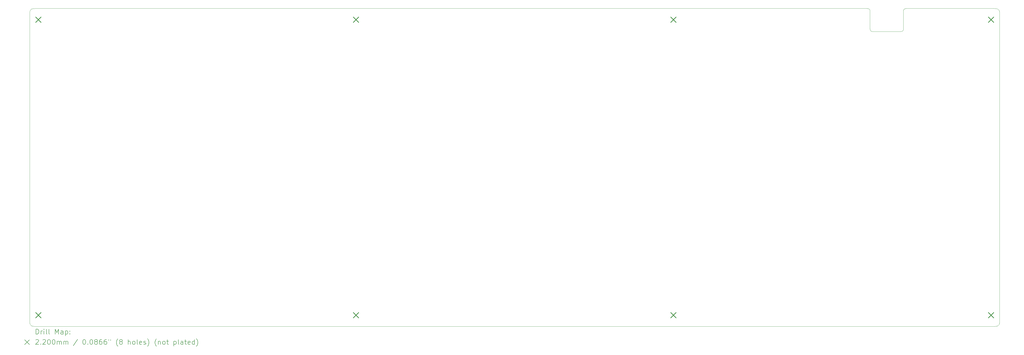
<source format=gbr>
%TF.GenerationSoftware,KiCad,Pcbnew,7.0.7*%
%TF.CreationDate,2023-09-25T11:38:37+09:00*%
%TF.ProjectId,Duet-Switch-Tester,44756574-2d53-4776-9974-63682d546573,rev?*%
%TF.SameCoordinates,Original*%
%TF.FileFunction,Drillmap*%
%TF.FilePolarity,Positive*%
%FSLAX45Y45*%
G04 Gerber Fmt 4.5, Leading zero omitted, Abs format (unit mm)*
G04 Created by KiCad (PCBNEW 7.0.7) date 2023-09-25 11:38:37*
%MOMM*%
%LPD*%
G01*
G04 APERTURE LIST*
%ADD10C,0.050000*%
%ADD11C,0.200000*%
%ADD12C,0.220000*%
G04 APERTURE END LIST*
D10*
X3170259Y-15695946D02*
X3168673Y-15689147D01*
X3167285Y-15682225D01*
X3166082Y-15675179D01*
X3165050Y-15668010D01*
X3164177Y-15660717D01*
X3163449Y-15653303D01*
X3162853Y-15645765D01*
X3162376Y-15638107D01*
X3162004Y-15630327D01*
X3161725Y-15622425D01*
X3161525Y-15614404D01*
X3161391Y-15606262D01*
X3161309Y-15598000D01*
X3161267Y-15589619D01*
X3161252Y-15581119D01*
X3161250Y-15572500D01*
X3283542Y-15802884D02*
X3277869Y-15801617D01*
X3272254Y-15800201D01*
X3266702Y-15798627D01*
X3261218Y-15796886D01*
X3255807Y-15794968D01*
X3250474Y-15792865D01*
X3245225Y-15790567D01*
X3240065Y-15788067D01*
X3234999Y-15785354D01*
X3230032Y-15782420D01*
X3226778Y-15780336D01*
X3226778Y-15780336D02*
X3221555Y-15776697D01*
X3216551Y-15772828D01*
X3211766Y-15768733D01*
X3207202Y-15764411D01*
X3202862Y-15759866D01*
X3198747Y-15755098D01*
X3194859Y-15750109D01*
X3191199Y-15744901D01*
X3226348Y-2952449D02*
X3230594Y-2949733D01*
X3234920Y-2947190D01*
X3239324Y-2944814D01*
X3245310Y-2941894D01*
X3251420Y-2939246D01*
X3256079Y-2937431D01*
X3260800Y-2935755D01*
X3265580Y-2934214D01*
X3270416Y-2932800D01*
X3275304Y-2931509D01*
X38525816Y-3802600D02*
X38528165Y-3797736D01*
X38530139Y-3792968D01*
X38532060Y-3787398D01*
X38533551Y-3782019D01*
X38534673Y-3776858D01*
X38535245Y-3773553D01*
X37150982Y-2945448D02*
X37155253Y-2949230D01*
X37159459Y-2953396D01*
X37163547Y-2957940D01*
X37166695Y-2961844D01*
X37169704Y-2965985D01*
X37172544Y-2970358D01*
X37175189Y-2974963D01*
X37175816Y-2976149D01*
X37269572Y-3854620D02*
X37275362Y-3855376D01*
X37281051Y-3855852D01*
X37286645Y-3856113D01*
X37292153Y-3856224D01*
X37297582Y-3856250D01*
X37299375Y-3856250D01*
X37074375Y-2922500D02*
X37079545Y-2922509D01*
X37084804Y-2922577D01*
X37090155Y-2922759D01*
X37095597Y-2923113D01*
X37101133Y-2923698D01*
X37106763Y-2924569D01*
X37112490Y-2925786D01*
X37118315Y-2927405D01*
X3168366Y-3044792D02*
X3169633Y-3039119D01*
X3171049Y-3033504D01*
X3172623Y-3027952D01*
X3174364Y-3022468D01*
X3176282Y-3017057D01*
X3178385Y-3011724D01*
X3180683Y-3006475D01*
X3183183Y-3001315D01*
X3185896Y-2996249D01*
X3188830Y-2991282D01*
X3190913Y-2988028D01*
X38535245Y-3773553D02*
X38536001Y-3767763D01*
X38536477Y-3762074D01*
X38536739Y-3756480D01*
X38536850Y-3750972D01*
X38536875Y-3745543D01*
X38536875Y-3743750D01*
X38590525Y-2933559D02*
X38595389Y-2931210D01*
X38600157Y-2929236D01*
X38605727Y-2927315D01*
X38611106Y-2925824D01*
X38616267Y-2924702D01*
X38619572Y-2924130D01*
X38559823Y-2958393D02*
X38563605Y-2954122D01*
X38567771Y-2949916D01*
X38572315Y-2945828D01*
X38576219Y-2942680D01*
X38580360Y-2939671D01*
X38584733Y-2936831D01*
X38589338Y-2934186D01*
X38590525Y-2933559D01*
X42319696Y-15800991D02*
X42312898Y-15802577D01*
X42305975Y-15803965D01*
X42298929Y-15805168D01*
X42291760Y-15806199D01*
X42284467Y-15807073D01*
X42277053Y-15807801D01*
X42269516Y-15808397D01*
X42261857Y-15808874D01*
X42254077Y-15809246D01*
X42246175Y-15809525D01*
X42238154Y-15809725D01*
X42230012Y-15809859D01*
X42221750Y-15809941D01*
X42213369Y-15809982D01*
X42204869Y-15809998D01*
X42196250Y-15810000D01*
X42196250Y-2922500D02*
X38649375Y-2922500D01*
X38424375Y-3856250D02*
X37299375Y-3856250D01*
X3161250Y-3160000D02*
X3161252Y-3152018D01*
X3161264Y-3144139D01*
X3161297Y-3136365D01*
X3161361Y-3128695D01*
X3161467Y-3121129D01*
X3161625Y-3113668D01*
X3161846Y-3106310D01*
X3162139Y-3099057D01*
X3162516Y-3091908D01*
X3162987Y-3084864D01*
X3163562Y-3077924D01*
X3164252Y-3071089D01*
X3165067Y-3064358D01*
X3166017Y-3057731D01*
X3167113Y-3051209D01*
X3168366Y-3044792D01*
X42404087Y-15744472D02*
X42400447Y-15749695D01*
X42396578Y-15754699D01*
X42392483Y-15759484D01*
X42388161Y-15764047D01*
X42383616Y-15768388D01*
X42378848Y-15772503D01*
X42373859Y-15776391D01*
X42368652Y-15780051D01*
X37175816Y-2976149D02*
X37178165Y-2981014D01*
X37180139Y-2985781D01*
X37182060Y-2991352D01*
X37183551Y-2996731D01*
X37184673Y-3001892D01*
X37185245Y-3005197D01*
X37209823Y-3820357D02*
X37213605Y-3824628D01*
X37217771Y-3828834D01*
X37222315Y-3832922D01*
X37226219Y-3836070D01*
X37230360Y-3839079D01*
X37234733Y-3841919D01*
X37239338Y-3844564D01*
X37240525Y-3845191D01*
X38424375Y-3856250D02*
X38429545Y-3856240D01*
X38434804Y-3856173D01*
X38440155Y-3855991D01*
X38445597Y-3855637D01*
X38451133Y-3855052D01*
X38456763Y-3854180D01*
X38462490Y-3852964D01*
X38468315Y-3851345D01*
X38541780Y-2991060D02*
X38543697Y-2985547D01*
X38545946Y-2980194D01*
X38548527Y-2974996D01*
X38551443Y-2969946D01*
X38554697Y-2965038D01*
X38558290Y-2960265D01*
X38559823Y-2958393D01*
X3275304Y-2931509D02*
X3282102Y-2929923D01*
X3289025Y-2928535D01*
X3296071Y-2927332D01*
X3303240Y-2926300D01*
X3310532Y-2925427D01*
X3317947Y-2924699D01*
X3325484Y-2924103D01*
X3333143Y-2923626D01*
X3340923Y-2923254D01*
X3348824Y-2922975D01*
X3356846Y-2922775D01*
X3364988Y-2922641D01*
X3373250Y-2922559D01*
X3381631Y-2922517D01*
X3390131Y-2922502D01*
X3398750Y-2922500D01*
X37074375Y-2922500D02*
X3398750Y-2922500D01*
X37118315Y-2927405D02*
X37123828Y-2929322D01*
X37129181Y-2931571D01*
X37134379Y-2934152D01*
X37139429Y-2937068D01*
X37144337Y-2940322D01*
X37149110Y-2943915D01*
X37150982Y-2945448D01*
X37186875Y-3743750D02*
X37186885Y-3748920D01*
X37186952Y-3754179D01*
X37187134Y-3759529D01*
X37187488Y-3764972D01*
X37188073Y-3770507D01*
X37188944Y-3776138D01*
X37190161Y-3781865D01*
X37191780Y-3787690D01*
X42433750Y-15572500D02*
X42433748Y-15580482D01*
X42433736Y-15588360D01*
X42433703Y-15596134D01*
X42433639Y-15603805D01*
X42433533Y-15611370D01*
X42433375Y-15618832D01*
X42433154Y-15626189D01*
X42432860Y-15633443D01*
X42432483Y-15640591D01*
X42432013Y-15647636D01*
X42431438Y-15654576D01*
X42430748Y-15661411D01*
X42429933Y-15668142D01*
X42428983Y-15674769D01*
X42427887Y-15681290D01*
X42426634Y-15687708D01*
X37191780Y-3787690D02*
X37193697Y-3793203D01*
X37195946Y-3798556D01*
X37198527Y-3803754D01*
X37201443Y-3808804D01*
X37204697Y-3813712D01*
X37208290Y-3818485D01*
X37209823Y-3820357D01*
X42403801Y-2987598D02*
X42406516Y-2991844D01*
X42409060Y-2996170D01*
X42411436Y-3000574D01*
X42414356Y-3006560D01*
X42417003Y-3012670D01*
X42418819Y-3017329D01*
X42420495Y-3022050D01*
X42422036Y-3026830D01*
X42423450Y-3031666D01*
X42424741Y-3036554D01*
X38619572Y-2924130D02*
X38625362Y-2923374D01*
X38631051Y-2922898D01*
X38636645Y-2922636D01*
X38642153Y-2922525D01*
X38647582Y-2922500D01*
X38649375Y-2922500D01*
X42433750Y-15572500D02*
X42433750Y-3160000D01*
X3161250Y-3160000D02*
X3161250Y-15572500D01*
X42368222Y-2952163D02*
X42373445Y-2955803D01*
X42378449Y-2959671D01*
X42383234Y-2963767D01*
X42387798Y-2968089D01*
X42392138Y-2972634D01*
X42396253Y-2977402D01*
X42400141Y-2982391D01*
X42403801Y-2987598D01*
X42426634Y-15687708D02*
X42425367Y-15693381D01*
X42423951Y-15698996D01*
X42422377Y-15704548D01*
X42420636Y-15710032D01*
X42418718Y-15715443D01*
X42416615Y-15720776D01*
X42414317Y-15726025D01*
X42411817Y-15731185D01*
X42409104Y-15736251D01*
X42406170Y-15741218D01*
X42404087Y-15744472D01*
X3398750Y-15810000D02*
X42196250Y-15810000D01*
X42424741Y-3036554D02*
X42426327Y-3043352D01*
X42427715Y-3050275D01*
X42428918Y-3057321D01*
X42429949Y-3064490D01*
X42430823Y-3071782D01*
X42431551Y-3079197D01*
X42432147Y-3086734D01*
X42432624Y-3094393D01*
X42432996Y-3102173D01*
X42433275Y-3110074D01*
X42433475Y-3118096D01*
X42433609Y-3126238D01*
X42433691Y-3134500D01*
X42433732Y-3142881D01*
X42433748Y-3151381D01*
X42433750Y-3160000D01*
X37185245Y-3005197D02*
X37186001Y-3010987D01*
X37186477Y-3016676D01*
X37186739Y-3022270D01*
X37186850Y-3027778D01*
X37186875Y-3033207D01*
X37186875Y-3035000D01*
X37240525Y-3845191D02*
X37245389Y-3847540D01*
X37250157Y-3849514D01*
X37255727Y-3851435D01*
X37261106Y-3852926D01*
X37266267Y-3854048D01*
X37269572Y-3854620D01*
X38468315Y-3851345D02*
X38473828Y-3849427D01*
X38479181Y-3847179D01*
X38484379Y-3844598D01*
X38489429Y-3841682D01*
X38494337Y-3838428D01*
X38499110Y-3834834D01*
X38500982Y-3833302D01*
X38500982Y-3833302D02*
X38505253Y-3829519D01*
X38509459Y-3825354D01*
X38513547Y-3820810D01*
X38516695Y-3816906D01*
X38519704Y-3812765D01*
X38522544Y-3808392D01*
X38525189Y-3803787D01*
X38525816Y-3802600D01*
X42368652Y-15780051D02*
X42364406Y-15782766D01*
X42360080Y-15785309D01*
X42355676Y-15787686D01*
X42349690Y-15790606D01*
X42343580Y-15793253D01*
X42338921Y-15795069D01*
X42334200Y-15796744D01*
X42329420Y-15798286D01*
X42324584Y-15799700D01*
X42319696Y-15800991D01*
X3398750Y-15810000D02*
X3390768Y-15809998D01*
X3382889Y-15809986D01*
X3375115Y-15809953D01*
X3367445Y-15809889D01*
X3359879Y-15809783D01*
X3352418Y-15809625D01*
X3345060Y-15809404D01*
X3337807Y-15809110D01*
X3330658Y-15808733D01*
X3323614Y-15808263D01*
X3316674Y-15807688D01*
X3309839Y-15806998D01*
X3303108Y-15806183D01*
X3296481Y-15805233D01*
X3289959Y-15804136D01*
X3283542Y-15802884D01*
X3191199Y-15744901D02*
X3188483Y-15740656D01*
X3185940Y-15736330D01*
X3183564Y-15731926D01*
X3180644Y-15725940D01*
X3177996Y-15719830D01*
X3176181Y-15715171D01*
X3174505Y-15710450D01*
X3172964Y-15705670D01*
X3171550Y-15700834D01*
X3170259Y-15695946D01*
X37186875Y-3743750D02*
X37186875Y-3035000D01*
X38536875Y-3035000D02*
X38536885Y-3029830D01*
X38536952Y-3024570D01*
X38537134Y-3019220D01*
X38537488Y-3013778D01*
X38538073Y-3008242D01*
X38538944Y-3002612D01*
X38540161Y-2996885D01*
X38541780Y-2991060D01*
X3190913Y-2988028D02*
X3194553Y-2982805D01*
X3198421Y-2977801D01*
X3202517Y-2973016D01*
X3206839Y-2968452D01*
X3211384Y-2964112D01*
X3216152Y-2959997D01*
X3221141Y-2956109D01*
X3226348Y-2952449D01*
X38536875Y-3035000D02*
X38536875Y-3743750D01*
X42196250Y-2922500D02*
X42204232Y-2922502D01*
X42212110Y-2922514D01*
X42219885Y-2922547D01*
X42227555Y-2922611D01*
X42235120Y-2922717D01*
X42242582Y-2922875D01*
X42249940Y-2923096D01*
X42257193Y-2923389D01*
X42264341Y-2923766D01*
X42271386Y-2924237D01*
X42278326Y-2924812D01*
X42285161Y-2925502D01*
X42291892Y-2926317D01*
X42298519Y-2927267D01*
X42305041Y-2928363D01*
X42311458Y-2929616D01*
X42311458Y-2929616D02*
X42317131Y-2930883D01*
X42322746Y-2932299D01*
X42328298Y-2933873D01*
X42333782Y-2935614D01*
X42339193Y-2937532D01*
X42344526Y-2939635D01*
X42349775Y-2941933D01*
X42354935Y-2944433D01*
X42360001Y-2947146D01*
X42364968Y-2950080D01*
X42368222Y-2952163D01*
D11*
D12*
X3399375Y-3263125D02*
X3619375Y-3483125D01*
X3619375Y-3263125D02*
X3399375Y-3483125D01*
X3399375Y-15249375D02*
X3619375Y-15469375D01*
X3619375Y-15249375D02*
X3399375Y-15469375D01*
X16258125Y-3263125D02*
X16478125Y-3483125D01*
X16478125Y-3263125D02*
X16258125Y-3483125D01*
X16258125Y-15249375D02*
X16478125Y-15469375D01*
X16478125Y-15249375D02*
X16258125Y-15469375D01*
X29116875Y-3263125D02*
X29336875Y-3483125D01*
X29336875Y-3263125D02*
X29116875Y-3483125D01*
X29116875Y-15249375D02*
X29336875Y-15469375D01*
X29336875Y-15249375D02*
X29116875Y-15469375D01*
X41975625Y-3263125D02*
X42195625Y-3483125D01*
X42195625Y-3263125D02*
X41975625Y-3483125D01*
X41975625Y-15249375D02*
X42195625Y-15469375D01*
X42195625Y-15249375D02*
X41975625Y-15469375D01*
D11*
X3419527Y-16123984D02*
X3419527Y-15923984D01*
X3419527Y-15923984D02*
X3467146Y-15923984D01*
X3467146Y-15923984D02*
X3495717Y-15933508D01*
X3495717Y-15933508D02*
X3514765Y-15952555D01*
X3514765Y-15952555D02*
X3524289Y-15971603D01*
X3524289Y-15971603D02*
X3533812Y-16009698D01*
X3533812Y-16009698D02*
X3533812Y-16038269D01*
X3533812Y-16038269D02*
X3524289Y-16076365D01*
X3524289Y-16076365D02*
X3514765Y-16095412D01*
X3514765Y-16095412D02*
X3495717Y-16114460D01*
X3495717Y-16114460D02*
X3467146Y-16123984D01*
X3467146Y-16123984D02*
X3419527Y-16123984D01*
X3619527Y-16123984D02*
X3619527Y-15990650D01*
X3619527Y-16028746D02*
X3629051Y-16009698D01*
X3629051Y-16009698D02*
X3638574Y-16000174D01*
X3638574Y-16000174D02*
X3657622Y-15990650D01*
X3657622Y-15990650D02*
X3676670Y-15990650D01*
X3743336Y-16123984D02*
X3743336Y-15990650D01*
X3743336Y-15923984D02*
X3733812Y-15933508D01*
X3733812Y-15933508D02*
X3743336Y-15943031D01*
X3743336Y-15943031D02*
X3752860Y-15933508D01*
X3752860Y-15933508D02*
X3743336Y-15923984D01*
X3743336Y-15923984D02*
X3743336Y-15943031D01*
X3867146Y-16123984D02*
X3848098Y-16114460D01*
X3848098Y-16114460D02*
X3838574Y-16095412D01*
X3838574Y-16095412D02*
X3838574Y-15923984D01*
X3971908Y-16123984D02*
X3952860Y-16114460D01*
X3952860Y-16114460D02*
X3943336Y-16095412D01*
X3943336Y-16095412D02*
X3943336Y-15923984D01*
X4200479Y-16123984D02*
X4200479Y-15923984D01*
X4200479Y-15923984D02*
X4267146Y-16066841D01*
X4267146Y-16066841D02*
X4333813Y-15923984D01*
X4333813Y-15923984D02*
X4333813Y-16123984D01*
X4514765Y-16123984D02*
X4514765Y-16019222D01*
X4514765Y-16019222D02*
X4505241Y-16000174D01*
X4505241Y-16000174D02*
X4486194Y-15990650D01*
X4486194Y-15990650D02*
X4448098Y-15990650D01*
X4448098Y-15990650D02*
X4429051Y-16000174D01*
X4514765Y-16114460D02*
X4495717Y-16123984D01*
X4495717Y-16123984D02*
X4448098Y-16123984D01*
X4448098Y-16123984D02*
X4429051Y-16114460D01*
X4429051Y-16114460D02*
X4419527Y-16095412D01*
X4419527Y-16095412D02*
X4419527Y-16076365D01*
X4419527Y-16076365D02*
X4429051Y-16057317D01*
X4429051Y-16057317D02*
X4448098Y-16047793D01*
X4448098Y-16047793D02*
X4495717Y-16047793D01*
X4495717Y-16047793D02*
X4514765Y-16038269D01*
X4610003Y-15990650D02*
X4610003Y-16190650D01*
X4610003Y-16000174D02*
X4629051Y-15990650D01*
X4629051Y-15990650D02*
X4667146Y-15990650D01*
X4667146Y-15990650D02*
X4686194Y-16000174D01*
X4686194Y-16000174D02*
X4695717Y-16009698D01*
X4695717Y-16009698D02*
X4705241Y-16028746D01*
X4705241Y-16028746D02*
X4705241Y-16085888D01*
X4705241Y-16085888D02*
X4695717Y-16104936D01*
X4695717Y-16104936D02*
X4686194Y-16114460D01*
X4686194Y-16114460D02*
X4667146Y-16123984D01*
X4667146Y-16123984D02*
X4629051Y-16123984D01*
X4629051Y-16123984D02*
X4610003Y-16114460D01*
X4790955Y-16104936D02*
X4800479Y-16114460D01*
X4800479Y-16114460D02*
X4790955Y-16123984D01*
X4790955Y-16123984D02*
X4781432Y-16114460D01*
X4781432Y-16114460D02*
X4790955Y-16104936D01*
X4790955Y-16104936D02*
X4790955Y-16123984D01*
X4790955Y-16000174D02*
X4800479Y-16009698D01*
X4800479Y-16009698D02*
X4790955Y-16019222D01*
X4790955Y-16019222D02*
X4781432Y-16009698D01*
X4781432Y-16009698D02*
X4790955Y-16000174D01*
X4790955Y-16000174D02*
X4790955Y-16019222D01*
X2958750Y-16352500D02*
X3158750Y-16552500D01*
X3158750Y-16352500D02*
X2958750Y-16552500D01*
X3410003Y-16363031D02*
X3419527Y-16353508D01*
X3419527Y-16353508D02*
X3438574Y-16343984D01*
X3438574Y-16343984D02*
X3486193Y-16343984D01*
X3486193Y-16343984D02*
X3505241Y-16353508D01*
X3505241Y-16353508D02*
X3514765Y-16363031D01*
X3514765Y-16363031D02*
X3524289Y-16382079D01*
X3524289Y-16382079D02*
X3524289Y-16401127D01*
X3524289Y-16401127D02*
X3514765Y-16429698D01*
X3514765Y-16429698D02*
X3400479Y-16543984D01*
X3400479Y-16543984D02*
X3524289Y-16543984D01*
X3610003Y-16524936D02*
X3619527Y-16534460D01*
X3619527Y-16534460D02*
X3610003Y-16543984D01*
X3610003Y-16543984D02*
X3600479Y-16534460D01*
X3600479Y-16534460D02*
X3610003Y-16524936D01*
X3610003Y-16524936D02*
X3610003Y-16543984D01*
X3695717Y-16363031D02*
X3705241Y-16353508D01*
X3705241Y-16353508D02*
X3724289Y-16343984D01*
X3724289Y-16343984D02*
X3771908Y-16343984D01*
X3771908Y-16343984D02*
X3790955Y-16353508D01*
X3790955Y-16353508D02*
X3800479Y-16363031D01*
X3800479Y-16363031D02*
X3810003Y-16382079D01*
X3810003Y-16382079D02*
X3810003Y-16401127D01*
X3810003Y-16401127D02*
X3800479Y-16429698D01*
X3800479Y-16429698D02*
X3686193Y-16543984D01*
X3686193Y-16543984D02*
X3810003Y-16543984D01*
X3933812Y-16343984D02*
X3952860Y-16343984D01*
X3952860Y-16343984D02*
X3971908Y-16353508D01*
X3971908Y-16353508D02*
X3981432Y-16363031D01*
X3981432Y-16363031D02*
X3990955Y-16382079D01*
X3990955Y-16382079D02*
X4000479Y-16420174D01*
X4000479Y-16420174D02*
X4000479Y-16467793D01*
X4000479Y-16467793D02*
X3990955Y-16505888D01*
X3990955Y-16505888D02*
X3981432Y-16524936D01*
X3981432Y-16524936D02*
X3971908Y-16534460D01*
X3971908Y-16534460D02*
X3952860Y-16543984D01*
X3952860Y-16543984D02*
X3933812Y-16543984D01*
X3933812Y-16543984D02*
X3914765Y-16534460D01*
X3914765Y-16534460D02*
X3905241Y-16524936D01*
X3905241Y-16524936D02*
X3895717Y-16505888D01*
X3895717Y-16505888D02*
X3886193Y-16467793D01*
X3886193Y-16467793D02*
X3886193Y-16420174D01*
X3886193Y-16420174D02*
X3895717Y-16382079D01*
X3895717Y-16382079D02*
X3905241Y-16363031D01*
X3905241Y-16363031D02*
X3914765Y-16353508D01*
X3914765Y-16353508D02*
X3933812Y-16343984D01*
X4124289Y-16343984D02*
X4143336Y-16343984D01*
X4143336Y-16343984D02*
X4162384Y-16353508D01*
X4162384Y-16353508D02*
X4171908Y-16363031D01*
X4171908Y-16363031D02*
X4181432Y-16382079D01*
X4181432Y-16382079D02*
X4190955Y-16420174D01*
X4190955Y-16420174D02*
X4190955Y-16467793D01*
X4190955Y-16467793D02*
X4181432Y-16505888D01*
X4181432Y-16505888D02*
X4171908Y-16524936D01*
X4171908Y-16524936D02*
X4162384Y-16534460D01*
X4162384Y-16534460D02*
X4143336Y-16543984D01*
X4143336Y-16543984D02*
X4124289Y-16543984D01*
X4124289Y-16543984D02*
X4105241Y-16534460D01*
X4105241Y-16534460D02*
X4095717Y-16524936D01*
X4095717Y-16524936D02*
X4086193Y-16505888D01*
X4086193Y-16505888D02*
X4076670Y-16467793D01*
X4076670Y-16467793D02*
X4076670Y-16420174D01*
X4076670Y-16420174D02*
X4086193Y-16382079D01*
X4086193Y-16382079D02*
X4095717Y-16363031D01*
X4095717Y-16363031D02*
X4105241Y-16353508D01*
X4105241Y-16353508D02*
X4124289Y-16343984D01*
X4276670Y-16543984D02*
X4276670Y-16410650D01*
X4276670Y-16429698D02*
X4286194Y-16420174D01*
X4286194Y-16420174D02*
X4305241Y-16410650D01*
X4305241Y-16410650D02*
X4333813Y-16410650D01*
X4333813Y-16410650D02*
X4352860Y-16420174D01*
X4352860Y-16420174D02*
X4362384Y-16439222D01*
X4362384Y-16439222D02*
X4362384Y-16543984D01*
X4362384Y-16439222D02*
X4371908Y-16420174D01*
X4371908Y-16420174D02*
X4390955Y-16410650D01*
X4390955Y-16410650D02*
X4419527Y-16410650D01*
X4419527Y-16410650D02*
X4438575Y-16420174D01*
X4438575Y-16420174D02*
X4448098Y-16439222D01*
X4448098Y-16439222D02*
X4448098Y-16543984D01*
X4543336Y-16543984D02*
X4543336Y-16410650D01*
X4543336Y-16429698D02*
X4552860Y-16420174D01*
X4552860Y-16420174D02*
X4571908Y-16410650D01*
X4571908Y-16410650D02*
X4600479Y-16410650D01*
X4600479Y-16410650D02*
X4619527Y-16420174D01*
X4619527Y-16420174D02*
X4629051Y-16439222D01*
X4629051Y-16439222D02*
X4629051Y-16543984D01*
X4629051Y-16439222D02*
X4638575Y-16420174D01*
X4638575Y-16420174D02*
X4657622Y-16410650D01*
X4657622Y-16410650D02*
X4686194Y-16410650D01*
X4686194Y-16410650D02*
X4705241Y-16420174D01*
X4705241Y-16420174D02*
X4714765Y-16439222D01*
X4714765Y-16439222D02*
X4714765Y-16543984D01*
X5105241Y-16334460D02*
X4933813Y-16591603D01*
X5362384Y-16343984D02*
X5381432Y-16343984D01*
X5381432Y-16343984D02*
X5400479Y-16353508D01*
X5400479Y-16353508D02*
X5410003Y-16363031D01*
X5410003Y-16363031D02*
X5419527Y-16382079D01*
X5419527Y-16382079D02*
X5429051Y-16420174D01*
X5429051Y-16420174D02*
X5429051Y-16467793D01*
X5429051Y-16467793D02*
X5419527Y-16505888D01*
X5419527Y-16505888D02*
X5410003Y-16524936D01*
X5410003Y-16524936D02*
X5400479Y-16534460D01*
X5400479Y-16534460D02*
X5381432Y-16543984D01*
X5381432Y-16543984D02*
X5362384Y-16543984D01*
X5362384Y-16543984D02*
X5343337Y-16534460D01*
X5343337Y-16534460D02*
X5333813Y-16524936D01*
X5333813Y-16524936D02*
X5324289Y-16505888D01*
X5324289Y-16505888D02*
X5314765Y-16467793D01*
X5314765Y-16467793D02*
X5314765Y-16420174D01*
X5314765Y-16420174D02*
X5324289Y-16382079D01*
X5324289Y-16382079D02*
X5333813Y-16363031D01*
X5333813Y-16363031D02*
X5343337Y-16353508D01*
X5343337Y-16353508D02*
X5362384Y-16343984D01*
X5514765Y-16524936D02*
X5524289Y-16534460D01*
X5524289Y-16534460D02*
X5514765Y-16543984D01*
X5514765Y-16543984D02*
X5505241Y-16534460D01*
X5505241Y-16534460D02*
X5514765Y-16524936D01*
X5514765Y-16524936D02*
X5514765Y-16543984D01*
X5648098Y-16343984D02*
X5667146Y-16343984D01*
X5667146Y-16343984D02*
X5686194Y-16353508D01*
X5686194Y-16353508D02*
X5695717Y-16363031D01*
X5695717Y-16363031D02*
X5705241Y-16382079D01*
X5705241Y-16382079D02*
X5714765Y-16420174D01*
X5714765Y-16420174D02*
X5714765Y-16467793D01*
X5714765Y-16467793D02*
X5705241Y-16505888D01*
X5705241Y-16505888D02*
X5695717Y-16524936D01*
X5695717Y-16524936D02*
X5686194Y-16534460D01*
X5686194Y-16534460D02*
X5667146Y-16543984D01*
X5667146Y-16543984D02*
X5648098Y-16543984D01*
X5648098Y-16543984D02*
X5629051Y-16534460D01*
X5629051Y-16534460D02*
X5619527Y-16524936D01*
X5619527Y-16524936D02*
X5610003Y-16505888D01*
X5610003Y-16505888D02*
X5600479Y-16467793D01*
X5600479Y-16467793D02*
X5600479Y-16420174D01*
X5600479Y-16420174D02*
X5610003Y-16382079D01*
X5610003Y-16382079D02*
X5619527Y-16363031D01*
X5619527Y-16363031D02*
X5629051Y-16353508D01*
X5629051Y-16353508D02*
X5648098Y-16343984D01*
X5829051Y-16429698D02*
X5810003Y-16420174D01*
X5810003Y-16420174D02*
X5800479Y-16410650D01*
X5800479Y-16410650D02*
X5790956Y-16391603D01*
X5790956Y-16391603D02*
X5790956Y-16382079D01*
X5790956Y-16382079D02*
X5800479Y-16363031D01*
X5800479Y-16363031D02*
X5810003Y-16353508D01*
X5810003Y-16353508D02*
X5829051Y-16343984D01*
X5829051Y-16343984D02*
X5867146Y-16343984D01*
X5867146Y-16343984D02*
X5886194Y-16353508D01*
X5886194Y-16353508D02*
X5895717Y-16363031D01*
X5895717Y-16363031D02*
X5905241Y-16382079D01*
X5905241Y-16382079D02*
X5905241Y-16391603D01*
X5905241Y-16391603D02*
X5895717Y-16410650D01*
X5895717Y-16410650D02*
X5886194Y-16420174D01*
X5886194Y-16420174D02*
X5867146Y-16429698D01*
X5867146Y-16429698D02*
X5829051Y-16429698D01*
X5829051Y-16429698D02*
X5810003Y-16439222D01*
X5810003Y-16439222D02*
X5800479Y-16448746D01*
X5800479Y-16448746D02*
X5790956Y-16467793D01*
X5790956Y-16467793D02*
X5790956Y-16505888D01*
X5790956Y-16505888D02*
X5800479Y-16524936D01*
X5800479Y-16524936D02*
X5810003Y-16534460D01*
X5810003Y-16534460D02*
X5829051Y-16543984D01*
X5829051Y-16543984D02*
X5867146Y-16543984D01*
X5867146Y-16543984D02*
X5886194Y-16534460D01*
X5886194Y-16534460D02*
X5895717Y-16524936D01*
X5895717Y-16524936D02*
X5905241Y-16505888D01*
X5905241Y-16505888D02*
X5905241Y-16467793D01*
X5905241Y-16467793D02*
X5895717Y-16448746D01*
X5895717Y-16448746D02*
X5886194Y-16439222D01*
X5886194Y-16439222D02*
X5867146Y-16429698D01*
X6076670Y-16343984D02*
X6038575Y-16343984D01*
X6038575Y-16343984D02*
X6019527Y-16353508D01*
X6019527Y-16353508D02*
X6010003Y-16363031D01*
X6010003Y-16363031D02*
X5990956Y-16391603D01*
X5990956Y-16391603D02*
X5981432Y-16429698D01*
X5981432Y-16429698D02*
X5981432Y-16505888D01*
X5981432Y-16505888D02*
X5990956Y-16524936D01*
X5990956Y-16524936D02*
X6000479Y-16534460D01*
X6000479Y-16534460D02*
X6019527Y-16543984D01*
X6019527Y-16543984D02*
X6057622Y-16543984D01*
X6057622Y-16543984D02*
X6076670Y-16534460D01*
X6076670Y-16534460D02*
X6086194Y-16524936D01*
X6086194Y-16524936D02*
X6095717Y-16505888D01*
X6095717Y-16505888D02*
X6095717Y-16458269D01*
X6095717Y-16458269D02*
X6086194Y-16439222D01*
X6086194Y-16439222D02*
X6076670Y-16429698D01*
X6076670Y-16429698D02*
X6057622Y-16420174D01*
X6057622Y-16420174D02*
X6019527Y-16420174D01*
X6019527Y-16420174D02*
X6000479Y-16429698D01*
X6000479Y-16429698D02*
X5990956Y-16439222D01*
X5990956Y-16439222D02*
X5981432Y-16458269D01*
X6267146Y-16343984D02*
X6229051Y-16343984D01*
X6229051Y-16343984D02*
X6210003Y-16353508D01*
X6210003Y-16353508D02*
X6200479Y-16363031D01*
X6200479Y-16363031D02*
X6181432Y-16391603D01*
X6181432Y-16391603D02*
X6171908Y-16429698D01*
X6171908Y-16429698D02*
X6171908Y-16505888D01*
X6171908Y-16505888D02*
X6181432Y-16524936D01*
X6181432Y-16524936D02*
X6190956Y-16534460D01*
X6190956Y-16534460D02*
X6210003Y-16543984D01*
X6210003Y-16543984D02*
X6248098Y-16543984D01*
X6248098Y-16543984D02*
X6267146Y-16534460D01*
X6267146Y-16534460D02*
X6276670Y-16524936D01*
X6276670Y-16524936D02*
X6286194Y-16505888D01*
X6286194Y-16505888D02*
X6286194Y-16458269D01*
X6286194Y-16458269D02*
X6276670Y-16439222D01*
X6276670Y-16439222D02*
X6267146Y-16429698D01*
X6267146Y-16429698D02*
X6248098Y-16420174D01*
X6248098Y-16420174D02*
X6210003Y-16420174D01*
X6210003Y-16420174D02*
X6190956Y-16429698D01*
X6190956Y-16429698D02*
X6181432Y-16439222D01*
X6181432Y-16439222D02*
X6171908Y-16458269D01*
X6362384Y-16343984D02*
X6362384Y-16382079D01*
X6438575Y-16343984D02*
X6438575Y-16382079D01*
X6733813Y-16620174D02*
X6724289Y-16610650D01*
X6724289Y-16610650D02*
X6705241Y-16582079D01*
X6705241Y-16582079D02*
X6695718Y-16563031D01*
X6695718Y-16563031D02*
X6686194Y-16534460D01*
X6686194Y-16534460D02*
X6676670Y-16486841D01*
X6676670Y-16486841D02*
X6676670Y-16448746D01*
X6676670Y-16448746D02*
X6686194Y-16401127D01*
X6686194Y-16401127D02*
X6695718Y-16372555D01*
X6695718Y-16372555D02*
X6705241Y-16353508D01*
X6705241Y-16353508D02*
X6724289Y-16324936D01*
X6724289Y-16324936D02*
X6733813Y-16315412D01*
X6838575Y-16429698D02*
X6819527Y-16420174D01*
X6819527Y-16420174D02*
X6810003Y-16410650D01*
X6810003Y-16410650D02*
X6800479Y-16391603D01*
X6800479Y-16391603D02*
X6800479Y-16382079D01*
X6800479Y-16382079D02*
X6810003Y-16363031D01*
X6810003Y-16363031D02*
X6819527Y-16353508D01*
X6819527Y-16353508D02*
X6838575Y-16343984D01*
X6838575Y-16343984D02*
X6876670Y-16343984D01*
X6876670Y-16343984D02*
X6895718Y-16353508D01*
X6895718Y-16353508D02*
X6905241Y-16363031D01*
X6905241Y-16363031D02*
X6914765Y-16382079D01*
X6914765Y-16382079D02*
X6914765Y-16391603D01*
X6914765Y-16391603D02*
X6905241Y-16410650D01*
X6905241Y-16410650D02*
X6895718Y-16420174D01*
X6895718Y-16420174D02*
X6876670Y-16429698D01*
X6876670Y-16429698D02*
X6838575Y-16429698D01*
X6838575Y-16429698D02*
X6819527Y-16439222D01*
X6819527Y-16439222D02*
X6810003Y-16448746D01*
X6810003Y-16448746D02*
X6800479Y-16467793D01*
X6800479Y-16467793D02*
X6800479Y-16505888D01*
X6800479Y-16505888D02*
X6810003Y-16524936D01*
X6810003Y-16524936D02*
X6819527Y-16534460D01*
X6819527Y-16534460D02*
X6838575Y-16543984D01*
X6838575Y-16543984D02*
X6876670Y-16543984D01*
X6876670Y-16543984D02*
X6895718Y-16534460D01*
X6895718Y-16534460D02*
X6905241Y-16524936D01*
X6905241Y-16524936D02*
X6914765Y-16505888D01*
X6914765Y-16505888D02*
X6914765Y-16467793D01*
X6914765Y-16467793D02*
X6905241Y-16448746D01*
X6905241Y-16448746D02*
X6895718Y-16439222D01*
X6895718Y-16439222D02*
X6876670Y-16429698D01*
X7152860Y-16543984D02*
X7152860Y-16343984D01*
X7238575Y-16543984D02*
X7238575Y-16439222D01*
X7238575Y-16439222D02*
X7229051Y-16420174D01*
X7229051Y-16420174D02*
X7210003Y-16410650D01*
X7210003Y-16410650D02*
X7181432Y-16410650D01*
X7181432Y-16410650D02*
X7162384Y-16420174D01*
X7162384Y-16420174D02*
X7152860Y-16429698D01*
X7362384Y-16543984D02*
X7343337Y-16534460D01*
X7343337Y-16534460D02*
X7333813Y-16524936D01*
X7333813Y-16524936D02*
X7324289Y-16505888D01*
X7324289Y-16505888D02*
X7324289Y-16448746D01*
X7324289Y-16448746D02*
X7333813Y-16429698D01*
X7333813Y-16429698D02*
X7343337Y-16420174D01*
X7343337Y-16420174D02*
X7362384Y-16410650D01*
X7362384Y-16410650D02*
X7390956Y-16410650D01*
X7390956Y-16410650D02*
X7410003Y-16420174D01*
X7410003Y-16420174D02*
X7419527Y-16429698D01*
X7419527Y-16429698D02*
X7429051Y-16448746D01*
X7429051Y-16448746D02*
X7429051Y-16505888D01*
X7429051Y-16505888D02*
X7419527Y-16524936D01*
X7419527Y-16524936D02*
X7410003Y-16534460D01*
X7410003Y-16534460D02*
X7390956Y-16543984D01*
X7390956Y-16543984D02*
X7362384Y-16543984D01*
X7543337Y-16543984D02*
X7524289Y-16534460D01*
X7524289Y-16534460D02*
X7514765Y-16515412D01*
X7514765Y-16515412D02*
X7514765Y-16343984D01*
X7695718Y-16534460D02*
X7676670Y-16543984D01*
X7676670Y-16543984D02*
X7638575Y-16543984D01*
X7638575Y-16543984D02*
X7619527Y-16534460D01*
X7619527Y-16534460D02*
X7610003Y-16515412D01*
X7610003Y-16515412D02*
X7610003Y-16439222D01*
X7610003Y-16439222D02*
X7619527Y-16420174D01*
X7619527Y-16420174D02*
X7638575Y-16410650D01*
X7638575Y-16410650D02*
X7676670Y-16410650D01*
X7676670Y-16410650D02*
X7695718Y-16420174D01*
X7695718Y-16420174D02*
X7705241Y-16439222D01*
X7705241Y-16439222D02*
X7705241Y-16458269D01*
X7705241Y-16458269D02*
X7610003Y-16477317D01*
X7781432Y-16534460D02*
X7800480Y-16543984D01*
X7800480Y-16543984D02*
X7838575Y-16543984D01*
X7838575Y-16543984D02*
X7857622Y-16534460D01*
X7857622Y-16534460D02*
X7867146Y-16515412D01*
X7867146Y-16515412D02*
X7867146Y-16505888D01*
X7867146Y-16505888D02*
X7857622Y-16486841D01*
X7857622Y-16486841D02*
X7838575Y-16477317D01*
X7838575Y-16477317D02*
X7810003Y-16477317D01*
X7810003Y-16477317D02*
X7790956Y-16467793D01*
X7790956Y-16467793D02*
X7781432Y-16448746D01*
X7781432Y-16448746D02*
X7781432Y-16439222D01*
X7781432Y-16439222D02*
X7790956Y-16420174D01*
X7790956Y-16420174D02*
X7810003Y-16410650D01*
X7810003Y-16410650D02*
X7838575Y-16410650D01*
X7838575Y-16410650D02*
X7857622Y-16420174D01*
X7933813Y-16620174D02*
X7943337Y-16610650D01*
X7943337Y-16610650D02*
X7962384Y-16582079D01*
X7962384Y-16582079D02*
X7971908Y-16563031D01*
X7971908Y-16563031D02*
X7981432Y-16534460D01*
X7981432Y-16534460D02*
X7990956Y-16486841D01*
X7990956Y-16486841D02*
X7990956Y-16448746D01*
X7990956Y-16448746D02*
X7981432Y-16401127D01*
X7981432Y-16401127D02*
X7971908Y-16372555D01*
X7971908Y-16372555D02*
X7962384Y-16353508D01*
X7962384Y-16353508D02*
X7943337Y-16324936D01*
X7943337Y-16324936D02*
X7933813Y-16315412D01*
X8295718Y-16620174D02*
X8286194Y-16610650D01*
X8286194Y-16610650D02*
X8267146Y-16582079D01*
X8267146Y-16582079D02*
X8257622Y-16563031D01*
X8257622Y-16563031D02*
X8248099Y-16534460D01*
X8248099Y-16534460D02*
X8238575Y-16486841D01*
X8238575Y-16486841D02*
X8238575Y-16448746D01*
X8238575Y-16448746D02*
X8248099Y-16401127D01*
X8248099Y-16401127D02*
X8257622Y-16372555D01*
X8257622Y-16372555D02*
X8267146Y-16353508D01*
X8267146Y-16353508D02*
X8286194Y-16324936D01*
X8286194Y-16324936D02*
X8295718Y-16315412D01*
X8371908Y-16410650D02*
X8371908Y-16543984D01*
X8371908Y-16429698D02*
X8381432Y-16420174D01*
X8381432Y-16420174D02*
X8400480Y-16410650D01*
X8400480Y-16410650D02*
X8429051Y-16410650D01*
X8429051Y-16410650D02*
X8448099Y-16420174D01*
X8448099Y-16420174D02*
X8457623Y-16439222D01*
X8457623Y-16439222D02*
X8457623Y-16543984D01*
X8581432Y-16543984D02*
X8562384Y-16534460D01*
X8562384Y-16534460D02*
X8552861Y-16524936D01*
X8552861Y-16524936D02*
X8543337Y-16505888D01*
X8543337Y-16505888D02*
X8543337Y-16448746D01*
X8543337Y-16448746D02*
X8552861Y-16429698D01*
X8552861Y-16429698D02*
X8562384Y-16420174D01*
X8562384Y-16420174D02*
X8581432Y-16410650D01*
X8581432Y-16410650D02*
X8610004Y-16410650D01*
X8610004Y-16410650D02*
X8629051Y-16420174D01*
X8629051Y-16420174D02*
X8638575Y-16429698D01*
X8638575Y-16429698D02*
X8648099Y-16448746D01*
X8648099Y-16448746D02*
X8648099Y-16505888D01*
X8648099Y-16505888D02*
X8638575Y-16524936D01*
X8638575Y-16524936D02*
X8629051Y-16534460D01*
X8629051Y-16534460D02*
X8610004Y-16543984D01*
X8610004Y-16543984D02*
X8581432Y-16543984D01*
X8705242Y-16410650D02*
X8781432Y-16410650D01*
X8733813Y-16343984D02*
X8733813Y-16515412D01*
X8733813Y-16515412D02*
X8743337Y-16534460D01*
X8743337Y-16534460D02*
X8762384Y-16543984D01*
X8762384Y-16543984D02*
X8781432Y-16543984D01*
X9000480Y-16410650D02*
X9000480Y-16610650D01*
X9000480Y-16420174D02*
X9019527Y-16410650D01*
X9019527Y-16410650D02*
X9057623Y-16410650D01*
X9057623Y-16410650D02*
X9076670Y-16420174D01*
X9076670Y-16420174D02*
X9086194Y-16429698D01*
X9086194Y-16429698D02*
X9095718Y-16448746D01*
X9095718Y-16448746D02*
X9095718Y-16505888D01*
X9095718Y-16505888D02*
X9086194Y-16524936D01*
X9086194Y-16524936D02*
X9076670Y-16534460D01*
X9076670Y-16534460D02*
X9057623Y-16543984D01*
X9057623Y-16543984D02*
X9019527Y-16543984D01*
X9019527Y-16543984D02*
X9000480Y-16534460D01*
X9210004Y-16543984D02*
X9190956Y-16534460D01*
X9190956Y-16534460D02*
X9181432Y-16515412D01*
X9181432Y-16515412D02*
X9181432Y-16343984D01*
X9371908Y-16543984D02*
X9371908Y-16439222D01*
X9371908Y-16439222D02*
X9362385Y-16420174D01*
X9362385Y-16420174D02*
X9343337Y-16410650D01*
X9343337Y-16410650D02*
X9305242Y-16410650D01*
X9305242Y-16410650D02*
X9286194Y-16420174D01*
X9371908Y-16534460D02*
X9352861Y-16543984D01*
X9352861Y-16543984D02*
X9305242Y-16543984D01*
X9305242Y-16543984D02*
X9286194Y-16534460D01*
X9286194Y-16534460D02*
X9276670Y-16515412D01*
X9276670Y-16515412D02*
X9276670Y-16496365D01*
X9276670Y-16496365D02*
X9286194Y-16477317D01*
X9286194Y-16477317D02*
X9305242Y-16467793D01*
X9305242Y-16467793D02*
X9352861Y-16467793D01*
X9352861Y-16467793D02*
X9371908Y-16458269D01*
X9438575Y-16410650D02*
X9514765Y-16410650D01*
X9467146Y-16343984D02*
X9467146Y-16515412D01*
X9467146Y-16515412D02*
X9476670Y-16534460D01*
X9476670Y-16534460D02*
X9495718Y-16543984D01*
X9495718Y-16543984D02*
X9514765Y-16543984D01*
X9657623Y-16534460D02*
X9638575Y-16543984D01*
X9638575Y-16543984D02*
X9600480Y-16543984D01*
X9600480Y-16543984D02*
X9581432Y-16534460D01*
X9581432Y-16534460D02*
X9571908Y-16515412D01*
X9571908Y-16515412D02*
X9571908Y-16439222D01*
X9571908Y-16439222D02*
X9581432Y-16420174D01*
X9581432Y-16420174D02*
X9600480Y-16410650D01*
X9600480Y-16410650D02*
X9638575Y-16410650D01*
X9638575Y-16410650D02*
X9657623Y-16420174D01*
X9657623Y-16420174D02*
X9667146Y-16439222D01*
X9667146Y-16439222D02*
X9667146Y-16458269D01*
X9667146Y-16458269D02*
X9571908Y-16477317D01*
X9838575Y-16543984D02*
X9838575Y-16343984D01*
X9838575Y-16534460D02*
X9819527Y-16543984D01*
X9819527Y-16543984D02*
X9781432Y-16543984D01*
X9781432Y-16543984D02*
X9762385Y-16534460D01*
X9762385Y-16534460D02*
X9752861Y-16524936D01*
X9752861Y-16524936D02*
X9743337Y-16505888D01*
X9743337Y-16505888D02*
X9743337Y-16448746D01*
X9743337Y-16448746D02*
X9752861Y-16429698D01*
X9752861Y-16429698D02*
X9762385Y-16420174D01*
X9762385Y-16420174D02*
X9781432Y-16410650D01*
X9781432Y-16410650D02*
X9819527Y-16410650D01*
X9819527Y-16410650D02*
X9838575Y-16420174D01*
X9914766Y-16620174D02*
X9924289Y-16610650D01*
X9924289Y-16610650D02*
X9943337Y-16582079D01*
X9943337Y-16582079D02*
X9952861Y-16563031D01*
X9952861Y-16563031D02*
X9962385Y-16534460D01*
X9962385Y-16534460D02*
X9971908Y-16486841D01*
X9971908Y-16486841D02*
X9971908Y-16448746D01*
X9971908Y-16448746D02*
X9962385Y-16401127D01*
X9962385Y-16401127D02*
X9952861Y-16372555D01*
X9952861Y-16372555D02*
X9943337Y-16353508D01*
X9943337Y-16353508D02*
X9924289Y-16324936D01*
X9924289Y-16324936D02*
X9914766Y-16315412D01*
M02*

</source>
